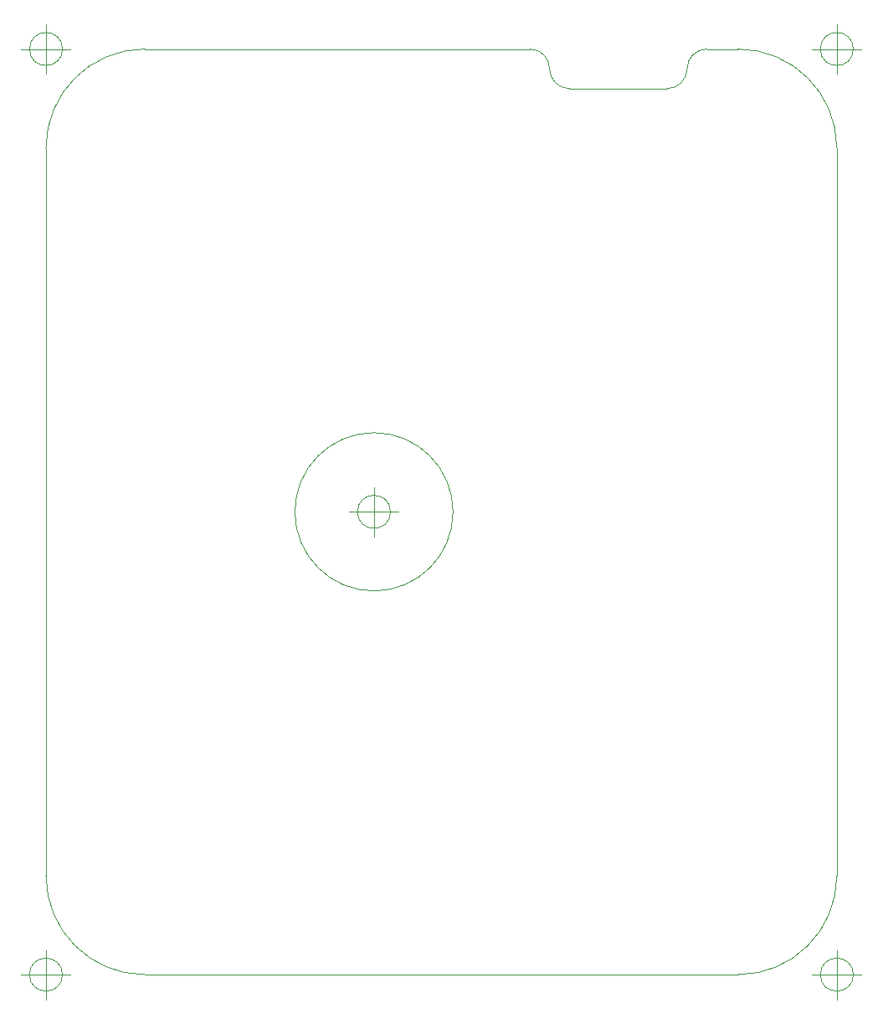
<source format=gbr>
%TF.GenerationSoftware,KiCad,Pcbnew,(6.0.7)*%
%TF.CreationDate,2022-12-11T17:18:47-05:00*%
%TF.ProjectId,Telemetry_KiCAD_Project,54656c65-6d65-4747-9279-5f4b69434144,rev?*%
%TF.SameCoordinates,Original*%
%TF.FileFunction,Profile,NP*%
%FSLAX46Y46*%
G04 Gerber Fmt 4.6, Leading zero omitted, Abs format (unit mm)*
G04 Created by KiCad (PCBNEW (6.0.7)) date 2022-12-11 17:18:47*
%MOMM*%
%LPD*%
G01*
G04 APERTURE LIST*
%TA.AperFunction,Profile*%
%ADD10C,0.050000*%
%TD*%
G04 APERTURE END LIST*
D10*
X130950000Y-52000000D02*
G75*
G03*
X128950000Y-50000000I-2000000J0D01*
G01*
X150000000Y-143600000D02*
G75*
G03*
X160000000Y-133600000I0J10000000D01*
G01*
X80000000Y-133600000D02*
G75*
G03*
X90000000Y-143600000I10000000J0D01*
G01*
X130950000Y-52000000D02*
G75*
G03*
X132950000Y-54000000I2000000J0D01*
G01*
X160000000Y-60000000D02*
X160000000Y-133600000D01*
X160000000Y-60000000D02*
G75*
G03*
X150000000Y-50000000I-10000000J0D01*
G01*
X80000000Y-133600000D02*
X80000000Y-60000000D01*
X150000000Y-143600000D02*
X90000000Y-143600000D01*
X90000000Y-50000000D02*
G75*
G03*
X80000000Y-60000000I0J-10000000D01*
G01*
X132950000Y-54000000D02*
X142850000Y-54000000D01*
X146850000Y-50000000D02*
G75*
G03*
X144850000Y-52000000I0J-2000000D01*
G01*
X142850000Y-54000000D02*
G75*
G03*
X144850000Y-52000000I0J2000000D01*
G01*
X90000000Y-50000000D02*
X128950000Y-50000000D01*
X146850000Y-50000000D02*
X150000000Y-50000000D01*
X121180000Y-96800000D02*
G75*
G03*
X121180000Y-96800000I-8000000J0D01*
G01*
X114846666Y-96800000D02*
G75*
G03*
X114846666Y-96800000I-1666666J0D01*
G01*
X110680000Y-96800000D02*
X115680000Y-96800000D01*
X113180000Y-94300000D02*
X113180000Y-99300000D01*
X81666666Y-50000000D02*
G75*
G03*
X81666666Y-50000000I-1666666J0D01*
G01*
X77500000Y-50000000D02*
X82500000Y-50000000D01*
X80000000Y-47500000D02*
X80000000Y-52500000D01*
X161666666Y-143600000D02*
G75*
G03*
X161666666Y-143600000I-1666666J0D01*
G01*
X157500000Y-143600000D02*
X162500000Y-143600000D01*
X160000000Y-141100000D02*
X160000000Y-146100000D01*
X81666666Y-143600000D02*
G75*
G03*
X81666666Y-143600000I-1666666J0D01*
G01*
X77500000Y-143600000D02*
X82500000Y-143600000D01*
X80000000Y-141100000D02*
X80000000Y-146100000D01*
X161666666Y-50000000D02*
G75*
G03*
X161666666Y-50000000I-1666666J0D01*
G01*
X157500000Y-50000000D02*
X162500000Y-50000000D01*
X160000000Y-47500000D02*
X160000000Y-52500000D01*
M02*

</source>
